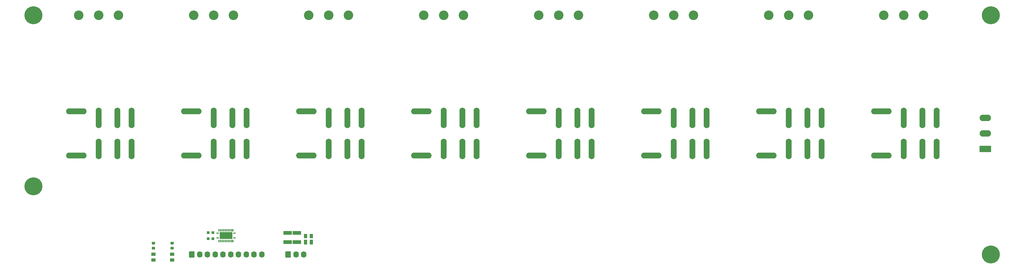
<source format=gts>
%FSLAX23Y23*%
%MOIN*%
%SFA1B1*%

%IPPOS*%
%AMD24*
4,1,8,-0.012700,-0.007000,0.012700,-0.007000,0.015300,-0.004400,0.015300,0.004400,0.012700,0.007000,-0.012700,0.007000,-0.015300,0.004400,-0.015300,-0.004400,-0.012700,-0.007000,0.0*
1,1,0.005200,-0.012700,-0.004400*
1,1,0.005200,0.012700,-0.004400*
1,1,0.005200,0.012700,0.004400*
1,1,0.005200,-0.012700,0.004400*
%
%AMD25*
4,1,8,-0.007000,0.012700,-0.007000,-0.012700,-0.004400,-0.015300,0.004400,-0.015300,0.007000,-0.012700,0.007000,0.012700,0.004400,0.015300,-0.004400,0.015300,-0.007000,0.012700,0.0*
1,1,0.005200,-0.004400,0.012700*
1,1,0.005200,-0.004400,-0.012700*
1,1,0.005200,0.004400,-0.012700*
1,1,0.005200,0.004400,0.012700*
%
%AMD33*
4,1,8,-0.072400,0.000000,-0.072400,0.000000,-0.031500,-0.040900,0.031500,-0.040900,0.072400,0.000000,0.072400,0.000000,0.031500,0.040900,-0.031500,0.040900,-0.072400,0.000000,0.0*
1,1,0.081740,-0.031500,0.000000*
1,1,0.081740,-0.031500,0.000000*
1,1,0.081740,0.031500,0.000000*
1,1,0.081740,0.031500,0.000000*
%
%AMD34*
4,1,8,-0.072400,0.034600,-0.072400,-0.034600,-0.066100,-0.040900,0.066100,-0.040900,0.072400,-0.034600,0.072400,0.034600,0.066100,0.040900,-0.066100,0.040900,-0.072400,0.034600,0.0*
1,1,0.012440,-0.066100,0.034600*
1,1,0.012440,-0.066100,-0.034600*
1,1,0.012440,0.066100,-0.034600*
1,1,0.012440,0.066100,0.034600*
%
%AMD35*
4,1,8,0.000000,0.039900,0.000000,0.039900,-0.035000,0.004900,-0.035000,-0.004900,0.000000,-0.039900,0.000000,-0.039900,0.035000,-0.004900,0.035000,0.004900,0.000000,0.039900,0.0*
1,1,0.069920,0.000000,0.004900*
1,1,0.069920,0.000000,0.004900*
1,1,0.069920,0.000000,-0.004900*
1,1,0.069920,0.000000,-0.004900*
%
%AMD36*
4,1,8,0.028400,0.039900,-0.028400,0.039900,-0.035000,0.033400,-0.035000,-0.033400,-0.028400,-0.039900,0.028400,-0.039900,0.035000,-0.033400,0.035000,0.033400,0.028400,0.039900,0.0*
1,1,0.013040,0.028400,0.033400*
1,1,0.013040,-0.028400,0.033400*
1,1,0.013040,-0.028400,-0.033400*
1,1,0.013040,0.028400,-0.033400*
%
%ADD23R,0.160470X0.085670*%
G04~CAMADD=24~8~0.0~0.0~305.5~140.2~26.0~0.0~15~0.0~0.0~0.0~0.0~0~0.0~0.0~0.0~0.0~0~0.0~0.0~0.0~180.0~306.0~140.0*
%ADD24D24*%
G04~CAMADD=25~8~0.0~0.0~305.5~140.2~26.0~0.0~15~0.0~0.0~0.0~0.0~0~0.0~0.0~0.0~0.0~0~0.0~0.0~0.0~90.0~141.0~306.0*
%ADD25D25*%
%ADD26R,0.042990X0.057990*%
%ADD27R,0.042990X0.058990*%
%ADD28R,0.107990X0.047990*%
%ADD29R,0.058110X0.041380*%
%ADD30R,0.040390X0.034490*%
%ADD31R,0.037990X0.035280*%
%ADD32C,0.121100*%
G04~CAMADD=33~8~0.0~0.0~817.3~1447.3~408.7~0.0~15~0.0~0.0~0.0~0.0~0~0.0~0.0~0.0~0.0~0~0.0~0.0~0.0~90.0~1448.0~818.0*
%ADD33D33*%
G04~CAMADD=34~8~0.0~0.0~817.3~1447.3~62.2~0.0~15~0.0~0.0~0.0~0.0~0~0.0~0.0~0.0~0.0~0~0.0~0.0~0.0~90.0~1448.0~818.0*
%ADD34D34*%
G04~CAMADD=35~8~0.0~0.0~699.2~797.6~349.6~0.0~15~0.0~0.0~0.0~0.0~0~0.0~0.0~0.0~0.0~0~0.0~0.0~0.0~0.0~699.2~797.6*
%ADD35D35*%
G04~CAMADD=36~8~0.0~0.0~699.2~797.6~65.2~0.0~15~0.0~0.0~0.0~0.0~0~0.0~0.0~0.0~0.0~0~0.0~0.0~0.0~0.0~699.2~797.6*
%ADD36D36*%
%ADD37O,0.075830X0.258900*%
%ADD38O,0.258900X0.075830*%
%ADD39C,0.227400*%
%LNbenchy-relays-pcb-1*%
%LPD*%
G54D23*
X2795Y594D03*
G54D24*
X2687Y624D03*
X2903D03*
Y564D03*
X2687D03*
G54D25*
X2706Y663D03*
X2726D03*
X2746D03*
X2765D03*
X2785D03*
X2805D03*
X2824D03*
X2844D03*
X2864D03*
X2883D03*
Y525D03*
X2864D03*
X2844D03*
X2824D03*
X2805D03*
X2785D03*
X2765D03*
X2746D03*
X2726D03*
X2706D03*
G54D26*
X3802Y590D03*
X3874D03*
G54D27*
X3801Y511D03*
X3875D03*
G54D28*
X3574Y628D03*
Y512D03*
X3692Y628D03*
Y512D03*
G54D29*
X2110Y285D03*
Y359D03*
X1874Y285D03*
Y359D03*
G54D30*
X2110Y436D03*
Y500D03*
X1874Y436D03*
Y500D03*
G54D31*
X2567Y633D03*
X2628D03*
X2567Y555D03*
X2628D03*
G54D32*
X11629Y3385D03*
X11377D03*
X11125D03*
X10173D03*
X9921D03*
X9669D03*
X8716D03*
X8464D03*
X8212D03*
X7259D03*
X7007D03*
X6755D03*
X5803D03*
X5551D03*
X5299D03*
X4346D03*
X4094D03*
X3842D03*
X2889D03*
X2637D03*
X2385D03*
X1433D03*
X1181D03*
X929D03*
G54D33*
X12413Y2086D03*
Y1889D03*
G54D34*
X12413Y1692D03*
G54D35*
X3779Y354D03*
X3681D03*
X3248D03*
X3149D03*
X3051D03*
X2952D03*
X2854D03*
X2755D03*
X2657D03*
X2559D03*
X2460D03*
G54D36*
X3582Y354D03*
X2362D03*
G54D37*
X1417Y2086D03*
Y1692D03*
X1181D03*
Y2086D03*
X1598Y1692D03*
Y2086D03*
X2874D03*
Y1692D03*
X2637D03*
Y2086D03*
X3055Y1692D03*
Y2086D03*
X5787D03*
Y1692D03*
X5551D03*
Y2086D03*
X5968Y1692D03*
Y2086D03*
X4330D03*
Y1692D03*
X4094D03*
Y2086D03*
X4511Y1692D03*
Y2086D03*
X8700D03*
Y1692D03*
X8464D03*
Y2086D03*
X8881Y1692D03*
Y2086D03*
X7244D03*
Y1692D03*
X7007D03*
Y2086D03*
X7425Y1692D03*
Y2086D03*
X11614D03*
Y1692D03*
X11377D03*
Y2086D03*
X11795Y1692D03*
Y2086D03*
X10157D03*
Y1692D03*
X9921D03*
Y2086D03*
X10338Y1692D03*
Y2086D03*
G54D38*
X897Y1610D03*
Y2169D03*
X2354Y1610D03*
Y2169D03*
X5267Y1610D03*
Y2169D03*
X3811Y1610D03*
Y2169D03*
X8181Y1610D03*
Y2169D03*
X6724Y1610D03*
Y2169D03*
X11094Y1610D03*
Y2169D03*
X9637Y1610D03*
Y2169D03*
G54D39*
X12480Y354D03*
Y3385D03*
X354D03*
Y1220D03*
M02*
</source>
